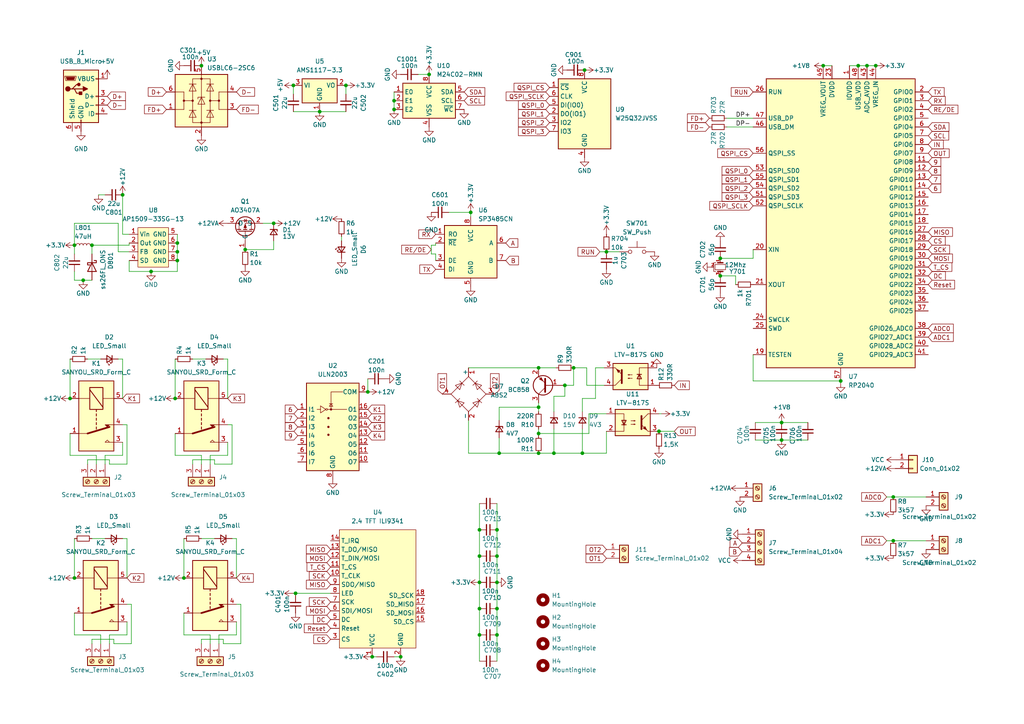
<source format=kicad_sch>
(kicad_sch (version 20230121) (generator eeschema)
  (paper "A4")
  (junction (at 238.76 19.05))
  (junction (at 160.655 131.445))
  (junction (at 191.135 125.095))
  (junction (at 175.895 73.025))
  (junction (at 139.065 161.29))
  (junction (at 144.145 184.15))
  (junction (at 107.95 190.5))
  (junction (at 208.915 80.01))
  (junction (at 51.435 73.025))
  (junction (at 259.08 156.845))
  (junction (at 116.205 190.5))
  (junction (at 254 19.05))
  (junction (at 169.545 20.32))
  (junction (at 259.08 144.145))
  (junction (at 71.12 72.39))
  (junction (at 51.435 75.565))
  (junction (at 156.21 125.73))
  (junction (at 114.3 31.75))
  (junction (at 156.21 106.68))
  (junction (at 243.84 110.49))
  (junction (at 136.525 61.595))
  (junction (at 50.8 115.57))
  (junction (at 251.46 19.05))
  (junction (at 156.21 118.11))
  (junction (at 139.065 184.15))
  (junction (at 51.435 70.485))
  (junction (at 53.34 167.64))
  (junction (at 124.46 21.59))
  (junction (at 208.915 74.93))
  (junction (at 144.145 168.91))
  (junction (at 106.68 113.665))
  (junction (at 92.71 32.385))
  (junction (at 144.145 161.29))
  (junction (at 24.13 81.28))
  (junction (at 21.59 167.64))
  (junction (at 35.56 56.515))
  (junction (at 85.09 24.765))
  (junction (at 43.815 78.74))
  (junction (at 79.375 64.77))
  (junction (at 100.33 24.765))
  (junction (at 58.42 19.05))
  (junction (at 144.145 153.67))
  (junction (at 144.145 176.53))
  (junction (at 226.695 127.635))
  (junction (at 139.065 176.53))
  (junction (at 26.67 71.12))
  (junction (at 163.83 111.76))
  (junction (at 20.32 115.57))
  (junction (at 248.92 19.05))
  (junction (at 156.21 131.445))
  (junction (at 226.695 122.555))
  (junction (at 144.78 131.445))
  (junction (at 166.37 106.68))
  (junction (at 114.3 29.21))
  (junction (at 139.065 153.67))
  (junction (at 168.91 131.445))
  (junction (at 139.065 168.91))
  (junction (at 85.725 172.085))
  (junction (at 21.59 71.12))
  (wire (pts (xy 136.525 61.595) (xy 136.525 62.865)))
  (wire (pts (xy 37.465 71.12) (xy 37.465 70.485)))
  (wire (pts (xy 166.37 111.76) (xy 166.37 106.68)))
  (wire (pts (xy 79.375 69.85) (xy 79.375 72.39)))
  (wire (pts (xy 175.895 125.095) (xy 175.895 131.445)))
  (wire (pts (xy 53.34 184.15) (xy 60.96 184.15)))
  (wire (pts (xy 213.36 80.01) (xy 208.915 80.01)))
  (wire (pts (xy 67.31 123.19) (xy 67.31 134.62)))
  (wire (pts (xy 21.59 71.12) (xy 21.59 73.66)))
  (wire (pts (xy 25.4 104.14) (xy 29.21 104.14)))
  (wire (pts (xy 163.83 114.935) (xy 163.83 111.76)))
  (wire (pts (xy 210.82 34.29) (xy 218.44 34.29)))
  (wire (pts (xy 21.59 184.15) (xy 29.21 184.15)))
  (wire (pts (xy 58.42 156.21) (xy 62.23 156.21)))
  (wire (pts (xy 85.09 24.765) (xy 85.09 27.305)))
  (wire (pts (xy 21.59 81.28) (xy 24.13 81.28)))
  (wire (pts (xy 107.95 190.5) (xy 109.22 190.5)))
  (wire (pts (xy 100.33 24.765) (xy 100.33 27.305)))
  (wire (pts (xy 26.67 185.42) (xy 26.67 186.69)))
  (wire (pts (xy 170.815 120.015) (xy 170.815 125.73)))
  (wire (pts (xy 175.26 111.76) (xy 170.18 111.76)))
  (wire (pts (xy 257.175 144.145) (xy 259.08 144.145)))
  (wire (pts (xy 92.71 32.385) (xy 100.33 32.385)))
  (wire (pts (xy 51.435 67.945) (xy 51.435 70.485)))
  (wire (pts (xy 35.56 115.57) (xy 35.56 104.14)))
  (wire (pts (xy 50.8 125.73) (xy 50.8 132.08)))
  (wire (pts (xy 21.59 64.77) (xy 21.59 71.12)))
  (wire (pts (xy 144.145 161.29) (xy 144.145 153.67)))
  (wire (pts (xy 210.82 36.83) (xy 218.44 36.83)))
  (wire (pts (xy 144.78 131.445) (xy 156.21 131.445)))
  (wire (pts (xy 68.58 156.21) (xy 67.31 156.21)))
  (wire (pts (xy 24.13 81.28) (xy 26.67 81.28)))
  (wire (pts (xy 170.815 125.73) (xy 156.21 125.73)))
  (wire (pts (xy 35.56 56.515) (xy 35.56 67.945)))
  (wire (pts (xy 226.695 122.555) (xy 219.075 122.555)))
  (wire (pts (xy 114.3 26.67) (xy 114.3 29.21)))
  (wire (pts (xy 135.89 121.92) (xy 135.89 131.445)))
  (wire (pts (xy 31.75 186.69) (xy 31.75 184.15)))
  (wire (pts (xy 27.94 134.62) (xy 27.94 132.08)))
  (wire (pts (xy 76.2 64.77) (xy 79.375 64.77)))
  (wire (pts (xy 33.02 186.69) (xy 33.02 185.42)))
  (wire (pts (xy 43.815 78.74) (xy 51.435 78.74)))
  (wire (pts (xy 68.58 175.26) (xy 69.85 175.26)))
  (wire (pts (xy 126.365 73.66) (xy 126.365 75.565)))
  (wire (pts (xy 160.655 119.38) (xy 160.655 114.935)))
  (wire (pts (xy 66.04 123.19) (xy 67.31 123.19)))
  (wire (pts (xy 28.575 56.515) (xy 30.48 56.515)))
  (wire (pts (xy 85.09 32.385) (xy 92.71 32.385)))
  (wire (pts (xy 168.91 115.57) (xy 168.91 119.38)))
  (wire (pts (xy 29.21 186.69) (xy 29.21 184.15)))
  (wire (pts (xy 99.06 68.58) (xy 99.06 69.85)))
  (wire (pts (xy 156.21 131.445) (xy 160.655 131.445)))
  (wire (pts (xy 139.065 161.29) (xy 139.065 168.91)))
  (wire (pts (xy 31.75 133.35) (xy 25.4 133.35)))
  (wire (pts (xy 156.21 125.73) (xy 156.21 126.365)))
  (wire (pts (xy 69.85 186.69) (xy 64.77 186.69)))
  (wire (pts (xy 144.78 127) (xy 144.78 131.445)))
  (wire (pts (xy 36.83 123.19) (xy 36.83 134.62)))
  (wire (pts (xy 66.04 115.57) (xy 66.04 104.14)))
  (wire (pts (xy 163.83 111.76) (xy 166.37 111.76)))
  (wire (pts (xy 144.145 184.15) (xy 144.145 176.53)))
  (wire (pts (xy 170.18 106.68) (xy 166.37 106.68)))
  (wire (pts (xy 156.21 106.68) (xy 161.29 106.68)))
  (wire (pts (xy 36.83 175.26) (xy 38.1 175.26)))
  (wire (pts (xy 170.18 111.76) (xy 170.18 106.68)))
  (wire (pts (xy 36.83 134.62) (xy 31.75 134.62)))
  (wire (pts (xy 135.89 106.68) (xy 156.21 106.68)))
  (wire (pts (xy 51.435 75.565) (xy 51.435 78.74)))
  (wire (pts (xy 126.365 71.12) (xy 126.365 70.485)))
  (wire (pts (xy 125.095 71.12) (xy 126.365 71.12)))
  (wire (pts (xy 55.88 104.14) (xy 59.69 104.14)))
  (wire (pts (xy 238.76 19.05) (xy 241.3 19.05)))
  (wire (pts (xy 25.4 133.35) (xy 25.4 134.62)))
  (wire (pts (xy 85.09 172.085) (xy 85.725 172.085)))
  (wire (pts (xy 20.32 132.08) (xy 27.94 132.08)))
  (wire (pts (xy 35.56 67.945) (xy 37.465 67.945)))
  (wire (pts (xy 34.29 73.025) (xy 34.29 64.77)))
  (wire (pts (xy 38.1 186.69) (xy 33.02 186.69)))
  (wire (pts (xy 139.065 184.15) (xy 139.065 191.77)))
  (wire (pts (xy 139.065 161.29) (xy 139.065 153.67)))
  (wire (pts (xy 139.065 176.53) (xy 139.065 168.91)))
  (wire (pts (xy 60.96 132.08) (xy 66.04 132.08)))
  (wire (pts (xy 34.29 64.77) (xy 21.59 64.77)))
  (wire (pts (xy 64.77 185.42) (xy 58.42 185.42)))
  (wire (pts (xy 135.89 131.445) (xy 144.78 131.445)))
  (wire (pts (xy 20.32 125.73) (xy 20.32 132.08)))
  (wire (pts (xy 68.58 180.34) (xy 68.58 184.15)))
  (wire (pts (xy 243.84 110.49) (xy 218.44 110.49)))
  (wire (pts (xy 191.77 120.015) (xy 191.135 120.015)))
  (wire (pts (xy 66.04 128.27) (xy 66.04 132.08)))
  (wire (pts (xy 257.175 156.845) (xy 259.08 156.845)))
  (wire (pts (xy 26.67 156.21) (xy 30.48 156.21)))
  (wire (pts (xy 55.88 133.35) (xy 55.88 134.62)))
  (wire (pts (xy 38.1 175.26) (xy 38.1 186.69)))
  (wire (pts (xy 144.145 176.53) (xy 144.145 168.91)))
  (wire (pts (xy 218.44 72.39) (xy 218.44 74.93)))
  (wire (pts (xy 26.67 71.12) (xy 37.465 71.12)))
  (wire (pts (xy 21.59 78.74) (xy 21.59 81.28)))
  (wire (pts (xy 248.92 19.05) (xy 251.46 19.05)))
  (wire (pts (xy 144.78 121.92) (xy 144.78 118.11)))
  (wire (pts (xy 226.695 122.555) (xy 234.315 122.555)))
  (wire (pts (xy 218.44 110.49) (xy 218.44 102.87)))
  (wire (pts (xy 33.02 185.42) (xy 26.67 185.42)))
  (wire (pts (xy 71.12 72.39) (xy 79.375 72.39)))
  (wire (pts (xy 37.465 75.565) (xy 37.465 78.74)))
  (wire (pts (xy 36.83 156.21) (xy 35.56 156.21)))
  (wire (pts (xy 168.91 124.46) (xy 168.91 131.445)))
  (wire (pts (xy 51.435 70.485) (xy 51.435 73.025)))
  (wire (pts (xy 36.83 167.64) (xy 36.83 156.21)))
  (wire (pts (xy 208.915 74.93) (xy 218.44 74.93)))
  (wire (pts (xy 114.3 190.5) (xy 116.205 190.5)))
  (wire (pts (xy 243.84 111.125) (xy 243.84 110.49)))
  (wire (pts (xy 172.72 106.68) (xy 172.72 115.57)))
  (wire (pts (xy 67.31 134.62) (xy 62.23 134.62)))
  (wire (pts (xy 213.36 82.55) (xy 213.36 80.01)))
  (wire (pts (xy 85.725 172.085) (xy 85.725 172.72)))
  (wire (pts (xy 31.75 184.15) (xy 36.83 184.15)))
  (wire (pts (xy 144.78 118.11) (xy 156.21 118.11)))
  (wire (pts (xy 156.21 124.46) (xy 156.21 125.73)))
  (wire (pts (xy 175.895 73.025) (xy 179.705 73.025)))
  (wire (pts (xy 62.23 134.62) (xy 62.23 133.35)))
  (wire (pts (xy 139.065 153.67) (xy 139.065 146.05)))
  (wire (pts (xy 259.08 156.845) (xy 268.605 156.845)))
  (wire (pts (xy 58.42 185.42) (xy 58.42 186.69)))
  (wire (pts (xy 60.96 134.62) (xy 60.96 132.08)))
  (wire (pts (xy 58.42 134.62) (xy 58.42 132.08)))
  (wire (pts (xy 31.75 134.62) (xy 31.75 133.35)))
  (wire (pts (xy 125.095 71.12) (xy 125.095 73.66)))
  (wire (pts (xy 144.145 168.91) (xy 144.145 161.29)))
  (wire (pts (xy 53.34 156.21) (xy 53.34 167.64)))
  (wire (pts (xy 121.285 21.59) (xy 124.46 21.59)))
  (wire (pts (xy 37.465 78.74) (xy 43.815 78.74)))
  (wire (pts (xy 160.655 124.46) (xy 160.655 131.445)))
  (wire (pts (xy 156.21 116.84) (xy 156.21 118.11)))
  (wire (pts (xy 35.56 104.14) (xy 34.29 104.14)))
  (wire (pts (xy 144.145 191.77) (xy 144.145 184.15)))
  (wire (pts (xy 114.3 29.21) (xy 114.3 31.75)))
  (wire (pts (xy 64.77 186.69) (xy 64.77 185.42)))
  (wire (pts (xy 85.725 172.085) (xy 95.885 172.085)))
  (wire (pts (xy 195.58 125.095) (xy 191.135 125.095)))
  (wire (pts (xy 34.29 73.025) (xy 37.465 73.025)))
  (wire (pts (xy 53.34 177.8) (xy 53.34 184.15)))
  (wire (pts (xy 172.72 115.57) (xy 168.91 115.57)))
  (wire (pts (xy 30.48 134.62) (xy 30.48 132.08)))
  (wire (pts (xy 21.59 156.21) (xy 21.59 167.64)))
  (wire (pts (xy 173.99 73.025) (xy 175.895 73.025)))
  (wire (pts (xy 175.26 106.68) (xy 172.72 106.68)))
  (wire (pts (xy 21.59 177.8) (xy 21.59 184.15)))
  (wire (pts (xy 125.095 73.66) (xy 126.365 73.66)))
  (wire (pts (xy 69.85 175.26) (xy 69.85 186.69)))
  (wire (pts (xy 160.655 114.935) (xy 163.83 114.935)))
  (wire (pts (xy 219.075 127.635) (xy 226.695 127.635)))
  (wire (pts (xy 60.96 186.69) (xy 60.96 184.15)))
  (wire (pts (xy 30.48 132.08) (xy 35.56 132.08)))
  (wire (pts (xy 139.065 184.15) (xy 139.065 176.53)))
  (wire (pts (xy 35.56 123.19) (xy 36.83 123.19)))
  (wire (pts (xy 130.175 61.595) (xy 136.525 61.595)))
  (wire (pts (xy 51.435 73.025) (xy 51.435 75.565)))
  (wire (pts (xy 246.38 19.05) (xy 248.92 19.05)))
  (wire (pts (xy 36.83 180.34) (xy 36.83 184.15)))
  (wire (pts (xy 63.5 184.15) (xy 68.58 184.15)))
  (wire (pts (xy 175.895 131.445) (xy 168.91 131.445)))
  (wire (pts (xy 144.145 153.67) (xy 144.145 146.05)))
  (wire (pts (xy 259.08 144.145) (xy 268.605 144.145)))
  (wire (pts (xy 251.46 19.05) (xy 254 19.05)))
  (wire (pts (xy 35.56 128.27) (xy 35.56 132.08)))
  (wire (pts (xy 175.895 120.015) (xy 170.815 120.015)))
  (wire (pts (xy 26.67 71.12) (xy 26.67 73.66)))
  (wire (pts (xy 50.8 132.08) (xy 58.42 132.08)))
  (wire (pts (xy 168.91 131.445) (xy 160.655 131.445)))
  (wire (pts (xy 20.32 104.14) (xy 20.32 115.57)))
  (wire (pts (xy 62.23 133.35) (xy 55.88 133.35)))
  (wire (pts (xy 226.695 127.635) (xy 234.315 127.635)))
  (wire (pts (xy 68.58 167.64) (xy 68.58 156.21)))
  (wire (pts (xy 156.21 118.11) (xy 156.21 119.38)))
  (wire (pts (xy 106.68 109.855) (xy 106.68 113.665)))
  (wire (pts (xy 66.04 104.14) (xy 64.77 104.14)))
  (wire (pts (xy 50.8 104.14) (xy 50.8 115.57)))
  (wire (pts (xy 63.5 186.69) (xy 63.5 184.15)))
  (label "DP+" (at 213.36 34.29 0))
  (label "DP-" (at 213.36 36.83 0))
  (global_label "FD+" (shape input) (at 205.74 34.29 180) (property "Intersheetrefs" "${INTERSHEET_REFS}" (effects hide)))
  (global_label "RX" (shape input) (at 126.365 67.945 180) (property "Intersheetrefs" "${INTERSHEET_REFS}" (effects hide)))
  (global_label "MOSI" (shape input) (at 269.24 74.93 0) (property "Intersheetrefs" "${INTERSHEET_REFS}" (effects hide)))
  (global_label "SCK" (shape input) (at 269.24 72.39 0) (property "Intersheetrefs" "${INTERSHEET_REFS}" (effects hide)))
  (global_label "OT2" (shape input) (at 175.895 159.385 180) (property "Intersheetrefs" "${INTERSHEET_REFS}" (effects hide)))
  (global_label "CS" (shape input) (at 269.24 69.85 0) (property "Intersheetrefs" "${INTERSHEET_REFS}" (effects hide)))
  (global_label "OUT" (shape input) (at 269.24 44.45 0) (property "Intersheetrefs" "${INTERSHEET_REFS}" (effects hide)))
  (global_label "SDA" (shape input) (at 134.62 26.67 0) (property "Intersheetrefs" "${INTERSHEET_REFS}" (effects hide)))
  (global_label "B" (shape input) (at 146.685 75.565 0) (property "Intersheetrefs" "${INTERSHEET_REFS}" (effects hide)))
  (global_label "K3" (shape input) (at 106.68 123.825 0) (property "Intersheetrefs" "${INTERSHEET_REFS}" (effects hide)))
  (global_label "QSPI_CS" (shape input) (at 218.44 44.45 180) (property "Intersheetrefs" "${INTERSHEET_REFS}" (effects hide)))
  (global_label "7" (shape input) (at 86.36 121.285 180) (property "Intersheetrefs" "${INTERSHEET_REFS}" (effects hide)))
  (global_label "SCK" (shape input) (at 95.885 167.005 180) (property "Intersheetrefs" "${INTERSHEET_REFS}" (effects hide)))
  (global_label "D-" (shape input) (at 31.115 30.48 0) (property "Intersheetrefs" "${INTERSHEET_REFS}" (effects hide)))
  (global_label "ADC1" (shape input) (at 257.175 156.845 180) (property "Intersheetrefs" "${INTERSHEET_REFS}" (effects hide)))
  (global_label "QSPI_SCLK" (shape input) (at 218.44 59.69 180) (property "Intersheetrefs" "${INTERSHEET_REFS}" (effects hide)))
  (global_label "B" (shape input) (at 215.265 160.02 180) (property "Intersheetrefs" "${INTERSHEET_REFS}" (effects hide)))
  (global_label "TX" (shape input) (at 126.365 78.105 180) (property "Intersheetrefs" "${INTERSHEET_REFS}" (effects hide)))
  (global_label "SCK" (shape input) (at 95.885 174.625 180) (property "Intersheetrefs" "${INTERSHEET_REFS}" (effects hide)))
  (global_label "RE{slash}DE" (shape input) (at 269.24 31.75 0) (property "Intersheetrefs" "${INTERSHEET_REFS}" (effects hide)))
  (global_label "MISO" (shape input) (at 95.885 169.545 180) (property "Intersheetrefs" "${INTERSHEET_REFS}" (effects hide)))
  (global_label "TX" (shape input) (at 269.24 26.67 0) (property "Intersheetrefs" "${INTERSHEET_REFS}" (effects hide)))
  (global_label "QSPI_3" (shape input) (at 218.44 57.15 180) (property "Intersheetrefs" "${INTERSHEET_REFS}" (effects hide)))
  (global_label "MISO" (shape input) (at 269.24 67.31 0) (property "Intersheetrefs" "${INTERSHEET_REFS}" (effects hide)))
  (global_label "QSPI_3" (shape input) (at 159.385 38.1 180) (property "Intersheetrefs" "${INTERSHEET_REFS}" (effects hide)))
  (global_label "CS" (shape input) (at 95.885 185.42 180) (property "Intersheetrefs" "${INTERSHEET_REFS}" (effects hide)))
  (global_label "A" (shape input) (at 146.685 70.485 0) (property "Intersheetrefs" "${INTERSHEET_REFS}" (effects hide)))
  (global_label "6" (shape input) (at 86.36 118.745 180) (property "Intersheetrefs" "${INTERSHEET_REFS}" (effects hide)))
  (global_label "Reset" (shape input) (at 95.885 182.245 180) (property "Intersheetrefs" "${INTERSHEET_REFS}" (effects hide)))
  (global_label "QSPI_0" (shape input) (at 218.44 49.53 180) (property "Intersheetrefs" "${INTERSHEET_REFS}" (effects hide)))
  (global_label "RE{slash}DE" (shape input) (at 125.095 72.39 180) (property "Intersheetrefs" "${INTERSHEET_REFS}" (effects hide)))
  (global_label "QSPI_CS" (shape input) (at 159.385 25.4 180) (property "Intersheetrefs" "${INTERSHEET_REFS}" (effects hide)))
  (global_label "QSPI_1" (shape input) (at 159.385 33.02 180) (property "Intersheetrefs" "${INTERSHEET_REFS}" (effects hide)))
  (global_label "DC" (shape input) (at 95.885 179.705 180) (property "Intersheetrefs" "${INTERSHEET_REFS}" (effects hide)))
  (global_label "RUN" (shape input) (at 173.99 73.025 180) (property "Intersheetrefs" "${INTERSHEET_REFS}" (effects hide)))
  (global_label "RUN" (shape input) (at 218.44 26.67 180) (property "Intersheetrefs" "${INTERSHEET_REFS}" (effects hide)))
  (global_label "K1" (shape input) (at 35.56 115.57 0) (property "Intersheetrefs" "${INTERSHEET_REFS}" (effects hide)))
  (global_label "IN" (shape input) (at 269.24 41.91 0) (property "Intersheetrefs" "${INTERSHEET_REFS}" (effects hide)))
  (global_label "8" (shape input) (at 86.36 123.825 180) (property "Intersheetrefs" "${INTERSHEET_REFS}" (effects hide)))
  (global_label "FD-" (shape input) (at 205.74 36.83 180) (property "Intersheetrefs" "${INTERSHEET_REFS}" (effects hide)))
  (global_label "D+" (shape input) (at 31.115 27.94 0) (property "Intersheetrefs" "${INTERSHEET_REFS}" (effects hide)))
  (global_label "ADC1" (shape input) (at 269.24 97.79 0) (property "Intersheetrefs" "${INTERSHEET_REFS}" (effects hide)))
  (global_label "6" (shape input) (at 269.24 54.61 0) (property "Intersheetrefs" "${INTERSHEET_REFS}" (effects hide)))
  (global_label "D-" (shape input) (at 68.58 26.67 0) (property "Intersheetrefs" "${INTERSHEET_REFS}" (effects hide)))
  (global_label "9" (shape input) (at 86.36 126.365 180) (property "Intersheetrefs" "${INTERSHEET_REFS}" (effects hide)))
  (global_label "QSPI_1" (shape input) (at 218.44 52.07 180) (property "Intersheetrefs" "${INTERSHEET_REFS}" (effects hide)))
  (global_label "8" (shape input) (at 269.24 49.53 0) (property "Intersheetrefs" "${INTERSHEET_REFS}" (effects hide)))
  (global_label "SDA" (shape input) (at 269.24 36.83 0) (property "Intersheetrefs" "${INTERSHEET_REFS}" (effects hide)))
  (global_label "A" (shape input) (at 215.265 157.48 180) (property "Intersheetrefs" "${INTERSHEET_REFS}" (effects hide)))
  (global_label "SCL" (shape input) (at 269.24 39.37 0) (property "Intersheetrefs" "${INTERSHEET_REFS}" (effects hide)))
  (global_label "QSPI_SCLK" (shape input) (at 159.385 27.94 180) (property "Intersheetrefs" "${INTERSHEET_REFS}" (effects hide)))
  (global_label "QSPI_2" (shape input) (at 218.44 54.61 180) (property "Intersheetrefs" "${INTERSHEET_REFS}" (effects hide)))
  (global_label "MOSI" (shape input) (at 95.885 177.165 180) (property "Intersheetrefs" "${INTERSHEET_REFS}" (effects hide)))
  (global_label "K4" (shape input) (at 106.68 126.365 0) (property "Intersheetrefs" "${INTERSHEET_REFS}" (effects hide)))
  (global_label "T_CS" (shape input) (at 95.885 164.465 180) (property "Intersheetrefs" "${INTERSHEET_REFS}" (effects hide)))
  (global_label "QSPI_0" (shape input) (at 159.385 30.48 180) (property "Intersheetrefs" "${INTERSHEET_REFS}" (effects hide)))
  (global_label "SCL" (shape input) (at 134.62 29.21 0) (property "Intersheetrefs" "${INTERSHEET_REFS}" (effects hide)))
  (global_label "OUT" (shape input) (at 195.58 125.095 0) (property "Intersheetrefs" "${INTERSHEET_REFS}" (effects hide)))
  (global_label "ADC0" (shape input) (at 257.175 144.145 180) (property "Intersheetrefs" "${INTERSHEET_REFS}" (effects hide)))
  (global_label "Reset" (shape input) (at 269.24 82.55 0) (property "Intersheetrefs" "${INTERSHEET_REFS}" (effects hide)))
  (global_label "7" (shape input) (at 269.24 52.07 0) (property "Intersheetrefs" "${INTERSHEET_REFS}" (effects hide)))
  (global_label "T_CS" (shape input) (at 269.24 77.47 0) (property "Intersheetrefs" "${INTERSHEET_REFS}" (effects hide)))
  (global_label "K4" (shape input) (at 68.58 167.64 0) (property "Intersheetrefs" "${INTERSHEET_REFS}" (effects hide)))
  (global_label "K2" (shape input) (at 106.68 121.285 0) (property "Intersheetrefs" "${INTERSHEET_REFS}" (effects hide)))
  (global_label "OT2" (shape input) (at 143.51 114.3 90) (property "Intersheetrefs" "${INTERSHEET_REFS}" (effects hide)))
  (global_label "RX" (shape input) (at 269.24 29.21 0) (property "Intersheetrefs" "${INTERSHEET_REFS}" (effects hide)))
  (global_label "K1" (shape input) (at 106.68 118.745 0) (property "Intersheetrefs" "${INTERSHEET_REFS}" (effects hide)))
  (global_label "FD-" (shape input) (at 68.58 31.75 0) (property "Intersheetrefs" "${INTERSHEET_REFS}" (effects hide)))
  (global_label "QSPI_2" (shape input) (at 159.385 35.56 180) (property "Intersheetrefs" "${INTERSHEET_REFS}" (effects hide)))
  (global_label "K2" (shape input) (at 36.83 167.64 0) (property "Intersheetrefs" "${INTERSHEET_REFS}" (effects hide)))
  (global_label "D+" (shape input) (at 48.26 26.67 180) (property "Intersheetrefs" "${INTERSHEET_REFS}" (effects hide)))
  (global_label "MOSI" (shape input) (at 95.885 161.925 180) (property "Intersheetrefs" "${INTERSHEET_REFS}" (effects hide)))
  (global_label "9" (shape input) (at 269.24 46.99 0) (property "Intersheetrefs" "${INTERSHEET_REFS}" (effects hide)))
  (global_label "OT1" (shape input) (at 128.27 114.3 90) (property "Intersheetrefs" "${INTERSHEET_REFS}" (effects hide)))
  (global_label "FD+" (shape input) (at 48.26 31.75 180) (property "Intersheetrefs" "${INTERSHEET_REFS}" (effects hide)))
  (global_label "MISO" (shape input) (at 95.885 159.385 180) (property "Intersheetrefs" "${INTERSHEET_REFS}" (effects hide)))
  (global_label "K3" (shape input) (at 66.04 115.57 0) (property "Intersheetrefs" "${INTERSHEET_REFS}" (effects hide)))
  (global_label "IN" (shape input) (at 195.58 111.76 0) (property "Intersheetrefs" "${INTERSHEET_REFS}" (effects hide)))
  (global_label "ADC0" (shape input) (at 269.24 95.25 0) (property "Intersheetrefs" "${INTERSHEET_REFS}" (effects hide)))
  (global_label "DC" (shape input) (at 269.24 80.01 0) (property "Intersheetrefs" "${INTERSHEET_REFS}" (effects hide)))
  (global_label "OT1" (shape input) (at 175.895 161.925 180) (property "Intersheetrefs" "${INTERSHEET_REFS}" (effects hide)))
  (symbol (lib_id "Device:C_Small") (at 85.725 175.26 180) (unit 1)
    (property "Reference" "C401" (at 80.645 175.26 90))
    (property "Value" "100n" (at 83.185 175.26 90))
    (property "Footprint" "Capacitor_SMD:C_0805_2012Metric_Pad1.18x1.45mm_HandSolder" (effects hide))
  )
  (symbol (lib_id "power:GND") (at 215.265 154.94 270) (unit 1)
    (property "Reference" "#PWR039" (effects hide))
    (property "Value" "GND" (at 211.455 154.94 0))
  )
  (symbol (lib_id "power:GND") (at 208.915 85.09 0) (unit 1)
    (property "Reference" "#PWR047" (effects hide))
    (property "Value" "GND" (at 208.915 88.9 0))
  )
  (symbol (lib_id "power:GND") (at 71.12 77.47 0) (unit 1)
    (property "Reference" "#PWR010" (effects hide))
    (property "Value" "GND" (at 71.12 81.28 0))
  )
  (symbol (lib_id "Device:C_Small") (at 21.59 76.2 180) (unit 1)
    (property "Reference" "C802" (at 16.51 76.2 90))
    (property "Value" "22u" (at 19.05 76.2 90))
    (property "Footprint" "Capacitor_SMD:C_0805_2012Metric_Pad1.18x1.45mm_HandSolder" (effects hide))
  )
  (symbol (lib_id "Device:R_Small") (at 208.28 34.29 90) (unit 1)
    (property "Reference" "R703" (at 207.01 33.02 0) (effects (justify left)))
    (property "Value" "27R" (at 209.55 33.02 0) (effects (justify left)))
    (property "Footprint" "Resistor_SMD:R_0805_2012Metric_Pad1.20x1.40mm_HandSolder" (effects hide))
  )
  (symbol (lib_id "power:+12V") (at 99.06 63.5 90) (unit 1)
    (property "Reference" "#PWR022" (effects hide))
    (property "Value" "+12V" (at 96.52 63.5 90) (effects (justify left)))
  )
  (symbol (lib_id "power:GND") (at 116.205 21.59 270) (unit 1)
    (property "Reference" "#PWR030" (effects hide))
    (property "Value" "GND" (at 112.395 21.59 0))
  )
  (symbol (lib_id "power:GND") (at 58.42 39.37 0) (unit 1)
    (property "Reference" "#PWR013" (effects hide))
    (property "Value" "GND" (at 58.42 43.18 0))
  )
  (symbol (lib_id "power:VCC") (at 259.715 133.35 90) (unit 1)
    (property "Reference" "#PWR045" (effects hide))
    (property "Value" "VCC" (at 256.54 133.35 90) (effects (justify left)))
  )
  (symbol (lib_id "power:+3.3V") (at 175.895 67.945 0) (unit 1)
    (property "Reference" "#PWR051" (effects hide))
    (property "Value" "+3.3V" (at 175.895 65.405 90) (effects (justify left)))
  )
  (symbol (lib_id "power:+3.3V") (at 191.77 120.015 270) (unit 1)
    (property "Reference" "#PWR066" (effects hide))
    (property "Value" "+3.3V" (at 194.31 120.015 90) (effects (justify left)))
  )
  (symbol (lib_id "Device:C_Small") (at 208.915 82.55 180) (unit 1)
    (property "Reference" "C701" (at 203.835 82.55 90))
    (property "Value" "56p" (at 206.375 82.55 90))
    (property "Footprint" "Capacitor_SMD:C_0603_1608Metric_Pad1.08x0.95mm_HandSolder" (effects hide))
  )
  (symbol (lib_id "Relay:SANYOU_SRD_Form_C") (at 58.42 120.65 270) (unit 1)
    (property "Reference" "K3" (at 58.42 105.41 90))
    (property "Value" "SANYOU_SRD_Form_C" (at 58.42 107.95 90))
    (property "Footprint" "Relay_THT:Relay_SPDT_SANYOU_SRD_Series_Form_C" (effects hide))
    (property "Datasheet" "http://www.sanyourelay.ca/public/products/pdf/SRD.pdf" (effects hide))
  )
  (symbol (lib_id "Device:LED_Small") (at 64.77 156.21 180) (unit 1)
    (property "Reference" "D5" (at 64.7065 149.86 0))
    (property "Value" "LED_Small" (at 64.7065 152.4 0))
    (property "Footprint" "LED_SMD:LED_0805_2012Metric_Pad1.15x1.40mm_HandSolder" (effects hide))
  )
  (symbol (lib_id "Connector:Screw_Terminal_01x03") (at 60.96 191.77 270) (unit 1)
    (property "Reference" "J5" (at 66.04 190.5 90) (effects (justify left)))
    (property "Value" "Screw_Terminal_01x03" (at 52.07 195.58 90) (effects (justify left)))
    (property "Footprint" "TerminalBlock_Phoenix:TerminalBlock_Phoenix_MKDS-1,5-3_1x03_P5.00mm_Horizontal" (effects hide))
  )
  (symbol (lib_id "Device:R_Small") (at 156.21 128.905 180) (unit 1)
    (property "Reference" "R11" (at 154.94 130.175 0) (effects (justify left)))
    (property "Value" "100R" (at 154.94 127.635 0) (effects (justify left)))
    (property "Footprint" "Resistor_SMD:R_0805_2012Metric_Pad1.20x1.40mm_HandSolder" (effects hide))
  )
  (symbol (lib_id "Diode_Bridge:ABS2") (at 135.89 114.3 90) (unit 1)
    (property "Reference" "D7" (at 144.78 112.0841 90))
    (property "Value" "ABS2" (at 144.78 114.6241 90))
    (property "Footprint" "Diode_SMD:Diode_Bridge_Diotec_ABS" (effects hide))
    (property "Datasheet" "https://diotec.com/tl_files/diotec/files/pdf/datasheets/abs2.pdf" (effects hide))
  )
  (symbol (lib_id "power:+3.3V") (at 169.545 20.32 270) (unit 1)
    (property "Reference" "#PWR053" (effects hide))
    (property "Value" "+3.3V" (at 172.085 20.32 90) (effects (justify left)))
  )
  (symbol (lib_id "power:GND") (at 134.62 31.75 0) (unit 1)
    (property "Reference" "#PWR033" (effects hide))
    (property "Value" "GND" (at 134.62 35.56 0))
  )
  (symbol (lib_id "Device:C_Small") (at 109.22 109.855 90) (unit 1)
    (property "Reference" "C201" (at 109.22 104.775 90))
    (property "Value" "100n" (at 109.22 107.315 90))
    (property "Footprint" "Capacitor_SMD:C_0805_2012Metric_Pad1.18x1.45mm_HandSolder" (effects hide))
  )
  (symbol (lib_id "power:+3.3V") (at 254 19.05 270) (unit 1)
    (property "Reference" "#PWR056" (effects hide))
    (property "Value" "+3.3V" (at 256.54 19.05 90) (effects (justify left)))
  )
  (symbol (lib_id "Device:D_Zener_Small") (at 144.78 124.46 270) (unit 1)
    (property "Reference" "D8" (at 146.685 123.19 90) (effects (justify left)))
    (property "Value" "4V7" (at 146.685 125.73 90) (effects (justify left)))
    (property "Footprint" "Diode_SMD:D_0805_2012Metric_Pad1.15x1.40mm_HandSolder" (effects hide))
  )
  (symbol (lib_id "power:+12V") (at 106.68 113.665 270) (unit 1)
    (property "Reference" "#PWR07" (effects hide))
    (property "Value" "+12V" (at 109.22 113.665 90) (effects (justify left)))
  )
  (symbol (lib_id "Mechanical:MountingHole") (at 157.48 180.34 0) (unit 1)
    (property "Reference" "H2" (at 160.02 179.07 0) (effects (justify left)))
    (property "Value" "MountingHole" (at 160.02 181.61 0) (effects (justify left)))
    (property "Footprint" "MountingHole:MountingHole_3.2mm_M3_Pad" (effects hide))
  )
  (symbol (lib_id "Device:R_Small") (at 156.21 121.92 180) (unit 1)
    (property "Reference" "R10" (at 154.94 123.19 0) (effects (justify left)))
    (property "Value" "220R" (at 154.94 120.65 0) (effects (justify left)))
    (property "Footprint" "Resistor_SMD:R_0805_2012Metric_Pad1.20x1.40mm_HandSolder" (effects hide))
  )
  (symbol (lib_id "Device:C_Small") (at 141.605 161.29 270) (unit 1)
    (property "Reference" "C711" (at 142.875 165.735 90))
    (property "Value" "100n" (at 142.24 163.83 90))
    (property "Footprint" "Capacitor_SMD:C_0603_1608Metric_Pad1.08x0.95mm_HandSolder" (effects hide))
  )
  (symbol (lib_id "power:GND") (at 43.815 78.74 0) (unit 1)
    (property "Reference" "#PWR038" (effects hide))
    (property "Value" "GND" (at 43.815 82.55 0))
  )
  (symbol (lib_id "Device:LED_Small") (at 31.75 104.14 180) (unit 1)
    (property "Reference" "D2" (at 31.6865 97.79 0))
    (property "Value" "LED_Small" (at 31.6865 100.33 0))
    (property "Footprint" "LED_SMD:LED_0805_2012Metric_Pad1.15x1.40mm_HandSolder" (effects hide))
  )
  (symbol (lib_id "power:GND") (at 208.915 69.85 180) (unit 1)
    (property "Reference" "#PWR048" (effects hide))
    (property "Value" "GND" (at 208.915 66.04 0))
  )
  (symbol (lib_id "Connector:Screw_Terminal_01x02") (at 219.71 141.605 0) (unit 1)
    (property "Reference" "J6" (at 222.885 141.605 0) (effects (justify left)))
    (property "Value" "Screw_Terminal_01x02" (at 222.885 144.145 0) (effects (justify left)))
    (property "Footprint" "Connector_Phoenix_MC:PhoenixContact_MC_1,5_2-G-3.5_1x02_P3.50mm_Horizontal" (effects hide))
  )
  (symbol (lib_id "Mechanical:MountingHole") (at 157.48 186.69 0) (unit 1)
    (property "Reference" "H3" (at 160.02 185.42 0) (effects (justify left)))
    (property "Value" "MountingHole" (at 160.02 187.96 0) (effects (justify left)))
    (property "Footprint" "MountingHole:MountingHole_3.2mm_M3_Pad" (effects hide))
  )
  (symbol (lib_id "Power_Protection:USBLC6-2SC6") (at 58.42 29.21 0) (unit 1)
    (property "Reference" "U3" (at 60.0711 17.145 0) (effects (justify left)))
    (property "Value" "USBLC6-2SC6" (at 60.0711 19.685 0) (effects (justify left)))
    (property "Footprint" "Package_TO_SOT_SMD:SOT-23-6" (effects hide))
    (property "Datasheet" "https://www.st.com/resource/en/datasheet/usblc6-2.pdf" (effects hide))
  )
  (symbol (lib_id "Device:R_Small") (at 259.08 146.685 0) (unit 1)
    (property "Reference" "R8" (at 260.35 145.415 0) (effects (justify left)))
    (property "Value" "3k57" (at 260.35 147.955 0) (effects (justify left)))
    (property "Footprint" "Resistor_SMD:R_0805_2012Metric_Pad1.20x1.40mm_HandSolder" (effects hide))
  )
  (symbol (lib_id "Device:C_Small") (at 111.76 190.5 270) (unit 1)
    (property "Reference" "C402" (at 111.76 195.58 90))
    (property "Value" "100n" (at 111.76 193.04 90))
    (property "Footprint" "Capacitor_SMD:C_0805_2012Metric_Pad1.18x1.45mm_HandSolder" (effects hide))
  )
  (symbol (lib_id "power:+12VA") (at 66.04 64.77 90) (unit 1)
    (property "Reference" "#PWR09" (effects hide))
    (property "Value" "+12VA" (at 63.5 64.77 90) (effects (justify left)))
  )
  (symbol (lib_id "power:VCC") (at 215.265 162.56 90) (unit 1)
    (property "Reference" "#PWR040" (effects hide))
    (property "Value" "VCC" (at 212.09 162.56 90) (effects (justify left)))
  )
  (symbol (lib_id "Device:LED_Small") (at 33.02 156.21 180) (unit 1)
    (property "Reference" "D3" (at 32.9565 149.86 0))
    (property "Value" "LED_Small" (at 32.9565 152.4 0))
    (property "Footprint" "LED_SMD:LED_0805_2012Metric_Pad1.15x1.40mm_HandSolder" (effects hide))
  )
  (symbol (lib_id "power:+12V") (at 50.8 115.57 90) (unit 1)
    (property "Reference" "#PWR016" (effects hide))
    (property "Value" "+12V" (at 48.26 115.57 90) (effects (justify left)))
  )
  (symbol (lib_id "Device:C_Small") (at 127.635 61.595 90) (unit 1)
    (property "Reference" "C601" (at 127.635 56.515 90))
    (property "Value" "100n" (at 127.635 59.055 90))
    (property "Footprint" "Capacitor_SMD:C_0805_2012Metric_Pad1.18x1.45mm_HandSolder" (effects hide))
  )
  (symbol (lib_id "Device:R_Small") (at 22.86 104.14 90) (unit 1)
    (property "Reference" "R2" (at 21.59 102.87 0) (effects (justify left)))
    (property "Value" "1k" (at 24.13 102.87 0) (effects (justify left)))
    (property "Footprint" "Resistor_SMD:R_0805_2012Metric_Pad1.20x1.40mm_HandSolder" (effects hide))
  )
  (symbol (lib_id "Connector:Screw_Terminal_01x03") (at 27.94 139.7 270) (unit 1)
    (property "Reference" "J2" (at 33.02 138.43 90) (effects (justify left)))
    (property "Value" "Screw_Terminal_01x03" (at 17.78 143.51 90) (effects (justify left)))
    (property "Footprint" "TerminalBlock_Phoenix:TerminalBlock_Phoenix_MKDS-1,5-3_1x03_P5.00mm_Horizontal" (effects hide))
  )
  (symbol (lib_id "Device:R_Small") (at 215.9 82.55 270) (unit 1)
    (property "Reference" "R701" (at 217.17 83.82 0) (effects (justify left)))
    (property "Value" "1k" (at 214.63 83.82 0) (effects (justify left)))
    (property "Footprint" "Resistor_SMD:R_0805_2012Metric_Pad1.20x1.40mm_HandSolder" (effects hide))
  )
  (symbol (lib_id "Device:C_Small") (at 141.605 184.15 270) (unit 1)
    (property "Reference" "C708" (at 142.875 188.595 90))
    (property "Value" "100n" (at 142.24 186.69 90))
    (property "Footprint" "Capacitor_SMD:C_0603_1608Metric_Pad1.08x0.95mm_HandSolder" (effects hide))
  )
  (symbol (lib_id "Device:R_Small") (at 208.28 36.83 270) (unit 1)
    (property "Reference" "R702" (at 209.55 38.1 0) (effects (justify left)))
    (property "Value" "27R" (at 207.01 38.1 0) (effects (justify left)))
    (property "Footprint" "Resistor_SMD:R_0805_2012Metric_Pad1.20x1.40mm_HandSolder" (effects hide))
  )
  (symbol (lib_id "power:GND") (at 175.895 78.105 0) (unit 1)
    (property "Reference" "#PWR054" (effects hide))
    (property "Value" "GND" (at 175.895 81.915 0))
  )
  (symbol (lib_id "Device:C_Small") (at 141.605 168.91 270) (unit 1)
    (property "Reference" "C710" (at 142.875 173.355 90))
    (property "Value" "100n" (at 142.24 171.45 90))
    (property "Footprint" "Capacitor_SMD:C_0603_1608Metric_Pad1.08x0.95mm_HandSolder" (effects hide))
  )
  (symbol (lib_id "AmojeSymbole:AO3407A") (at 66.675 60.96 90) (unit 1)
    (property "Reference" "Q1" (at 71.12 58.42 90))
    (property "Value" "AO3407A" (at 71.12 60.96 90))
    (property "Footprint" "Package_TO_SOT_SMD:SOT-23-3" (effects hide))
  )
  (symbol (lib_id "power:+12V") (at 20.32 115.57 90) (unit 1)
    (property "Reference" "#PWR014" (effects hide))
    (property "Value" "+12V" (at 17.78 115.57 90) (effects (justify left)))
  )
  (symbol (lib_id "power:+3.3V") (at 136.525 61.595 0) (unit 1)
    (property "Reference" "#PWR04" (effects hide))
    (property "Value" "+3.3V" (at 136.525 59.055 90) (effects (justify left)))
  )
  (symbol (lib_id "power:GND") (at 114.3 31.75 0) (unit 1)
    (property "Reference" "#PWR029" (effects hide))
    (property "Value" "GND" (at 114.3 35.56 0))
  )
  (symbol (lib_id "Device:R_Small") (at 175.895 70.485 0) (unit 1)
    (property "Reference" "R704" (at 177.165 69.215 0) (effects (justify left)))
    (property "Value" "10k" (at 177.165 71.755 0) (effects (justify left)))
    (property "Footprint" "Resistor_SMD:R_0805_2012Metric_Pad1.20x1.40mm_HandSolder" (effects hide))
  )
  (symbol (lib_id "Device:L_Small") (at 24.13 71.12 90) (unit 1)
    (property "Reference" "L801" (at 24.13 66.04 90))
    (property "Value" "47uH" (at 24.13 68.58 90))
    (property "Footprint" "Inductor_SMD:L_12x12mm_H6mm" (effects hide))
  )
  (symbol (lib_id "Device:C_Small") (at 234.315 125.095 180) (unit 1)
    (property "Reference" "C706" (at 229.87 126.365 90))
    (property "Value" "100n" (at 231.775 125.73 90))
    (property "Footprint" "Capacitor_SMD:C_0603_1608Metric_Pad1.08x0.95mm_HandSolder" (effects hide))
  )
  (symbol (lib_id "power:GND") (at 23.495 38.1 0) (unit 1)
    (property "Reference" "#PWR01" (effects hide))
    (property "Value" "GND" (at 23.495 43.18 0))
  )
  (symbol (lib_id "power:+1V8") (at 226.695 122.555 0) (unit 1)
    (property "Reference" "#PWR060" (effects hide))
    (property "Value" "+1V8" (at 226.695 118.11 0))
  )
  (symbol (lib_id "Device:R_Small") (at 55.88 156.21 90) (unit 1)
    (property "Reference" "R5" (at 54.61 154.94 0) (effects (justify left)))
    (property "Value" "1k" (at 57.15 154.94 0) (effects (justify left)))
    (property "Footprint" "Resistor_SMD:R_0805_2012Metric_Pad1.20x1.40mm_HandSolder" (effects hide))
  )
  (symbol (lib_id "Device:R_Small") (at 163.83 106.68 90) (unit 1)
    (property "Reference" "R9" (at 162.56 105.41 0) (effects (justify left)))
    (property "Value" "330R" (at 165.1 105.41 0) (effects (justify left)))
    (property "Footprint" "Resistor_SMD:R_0805_2012Metric_Pad1.20x1.40mm_HandSolder" (effects hide))
  )
  (symbol (lib_id "power:+12VA") (at 214.63 141.605 90) (unit 1)
    (property "Reference" "#PWR027" (effects hide))
    (property "Value" "+12VA" (at 212.09 141.605 90) (effects (justify left)))
  )
  (symbol (lib_id "power:GND") (at 92.71 32.385 0) (unit 1)
    (property "Reference" "#PWR025" (effects hide))
    (property "Value" "GND" (at 92.71 36.195 0))
  )
  (symbol (lib_id "power:+3.3V") (at 124.46 21.59 0) (unit 1)
    (property "Reference" "#PWR031" (effects hide))
    (property "Value" "+3.3V" (at 124.46 19.05 90) (effects (justify left)))
  )
  (symbol (lib_id "power:+3.3V") (at 259.08 149.225 90) (unit 1)
    (property "Reference" "#PWR041" (effects hide))
    (property "Value" "+3.3V" (at 256.54 149.225 90) (effects (justify left)))
  )
  (symbol (lib_id "Device:R_Small") (at 71.12 74.93 0) (unit 1)
    (property "Reference" "R1" (at 72.39 73.66 0) (effects (justify left)))
    (property "Value" "10k" (at 72.39 76.2 0) (effects (justify left)))
    (property "Footprint" "Resistor_SMD:R_0805_2012Metric_Pad1.20x1.40mm_HandSolder" (effects hide))
  )
  (symbol (lib_id "Device:C_Small") (at 55.88 19.05 90) (unit 1)
    (property "Reference" "C301" (at 54.61 14.605 90))
    (property "Value" "100n" (at 55.245 16.51 90))
    (property "Footprint" "Capacitor_SMD:C_0805_2012Metric_Pad1.18x1.45mm_HandSolder" (effects hide))
  )
  (symbol (lib_id "Device:C_Small") (at 175.895 75.565 0) (unit 1)
    (property "Reference" "C703" (at 180.975 75.565 90))
    (property "Value" "1u" (at 178.435 75.565 90))
    (property "Footprint" "Capacitor_SMD:C_0805_2012Metric_Pad1.18x1.45mm_HandSolder" (effects hide))
  )
  (symbol (lib_id "power:GND") (at 125.095 61.595 0) (unit 1)
    (property "Reference" "#PWR03" (effects hide))
    (property "Value" "GND" (at 125.095 66.675 0))
  )
  (symbol (lib_id "Transistor_Array:ULN2003") (at 96.52 123.825 0) (unit 1)
    (property "Reference" "U2" (at 96.52 106.045 0))
    (property "Value" "ULN2003" (at 96.52 108.585 0))
    (property "Footprint" "Package_SO:SO-16_3.9x9.9mm_P1.27mm" (effects hide))
    (property "Datasheet" "http://www.ti.com/lit/ds/symlink/uln2003a.pdf" (effects hide))
  )
  (symbol (lib_id "Device:D_Zener_Small") (at 160.655 121.92 270) (unit 1)
    (property "Reference" "D10" (at 163.195 120.65 90) (effects (justify left)))
    (property "Value" "15V" (at 163.195 123.19 90) (effects (justify left)))
    (property "Footprint" "Diode_SMD:D_0805_2012Metric_Pad1.15x1.40mm_HandSolder" (effects hide))
  )
  (symbol (lib_id "Device:D_Zener_Small") (at 79.375 67.31 270) (unit 1)
    (property "Reference" "D1" (at 81.915 66.675 90) (effects (justify left)))
    (property "Value" "13V" (at 81.915 68.58 90) (effects (justify left)))
    (property "Footprint" "Diode_SMD:D_SOD-323_HandSoldering" (effects hide))
  )
  (symbol (lib_id "Device:R_Small") (at 191.135 127.635 0) (unit 1)
    (property "Reference" "R13" (at 192.405 126.365 0) (effects (justify left)))
    (property "Value" "1,5K" (at 192.405 128.905 0) (effects (justify left)))
    (property "Footprint" "Resistor_SMD:R_0805_2012Metric_Pad1.20x1.40mm_HandSolder" (effects hide))
  )
  (symbol (lib_id "power:GND") (at 85.725 177.8 0) (unit 1)
    (property "Reference" "#PWR019" (effects hide))
    (property "Value" "GND" (at 85.725 181.61 0))
  )
  (symbol (lib_id "Relay:SANYOU_SRD_Form_C") (at 60.96 172.72 270) (unit 1)
    (property "Reference" "K4" (at 60.96 157.48 90))
    (property "Value" "SANYOU_SRD_Form_C" (at 60.96 160.02 90))
    (property "Footprint" "Relay_THT:Relay_SPDT_SANYOU_SRD_Series_Form_C" (effects hide))
    (property "Datasheet" "http://www.sanyourelay.ca/public/products/pdf/SRD.pdf" (effects hide))
  )
  (symbol (lib_id "Device:C_Small") (at 141.605 191.77 270) (unit 1)
    (property "Reference" "C707" (at 142.875 196.215 90))
    (property "Value" "100n" (at 142.24 194.31 90))
    (property "Footprint" "Capacitor_SMD:C_0603_1608Metric_Pad1.08x0.95mm_HandSolder" (effects hide))
  )
  (symbol (lib_id "Device:Crystal_GND2_Small") (at 208.915 77.47 270) (unit 1)
    (property "Reference" "Y701" (at 211.455 78.74 90) (effects (justify left)))
    (property "Value" "12Mhz" (at 210.185 76.835 90) (effects (justify left)))
    (property "Footprint" "Crystal:Resonator_SMD_Murata_CSTxExxV-3Pin_3.0x1.1mm_HandSoldering" (effects hide))
  )
  (symbol (lib_id "Switch:SW_Push") (at 184.785 73.025 0) (unit 1)
    (property "Reference" "SW701" (at 184.785 64.77 0))
    (property "Value" "SW_Push" (at 184.785 67.31 0))
    (property "Footprint" "Button_Switch_SMD:SW_Push_SPST_NO_Alps_SKRK" (effects hide))
  )
  (symbol (lib_id "power:+1V8") (at 238.76 19.05 90) (unit 1)
    (property "Reference" "#PWR059" (effects hide))
    (property "Value" "+1V8" (at 234.95 19.05 90) (effects (justify left)))
  )
  (symbol (lib_id "Connector:Screw_Terminal_01x02") (at 180.975 159.385 0) (unit 1)
    (property "Reference" "J11" (at 184.15 159.385 0) (effects (justify left)))
    (property "Value" "Screw_Terminal_01x02" (at 184.15 161.925 0) (effects (justify left)))
    (property "Footprint" "Connector_Phoenix_MC:PhoenixContact_MC_1,5_2-G-3.5_1x02_P3.50mm_Horizontal" (effects hide))
  )
  (symbol (lib_id "Isolator:LTV-817S") (at 182.88 109.22 180) (unit 1)
    (property "Reference" "U1" (at 182.88 100.33 0))
    (property "Value" "LTV-817S" (at 182.88 102.87 0))
    (property "Footprint" "Package_DIP:SMDIP-4_W9.53mm" (effects hide))
    (property "Datasheet" "http://www.us.liteon.com/downloads/LTV-817-827-847.PDF" (effects hide))
  )
  (symbol (lib_id "Memory_EEPROM:M24C02-RMN") (at 124.46 29.21 0) (unit 1)
    (property "Reference" "U10" (at 126.6541 19.05 0) (effects (justify left)))
    (property "Value" "M24C02-RMN" (at 126.6541 21.59 0) (effects (justify left)))
    (property "Footprint" "Package_SO:SOIC-8_3.9x4.9mm_P1.27mm" (effects hide))
    (property "Datasheet" "http://www.st.com/content/ccc/resource/technical/document/datasheet/b0/d8/50/40/5a/85/49/6f/DM00071904.pdf/files/DM00071904.pdf/jcr:content/translations/en.DM00071904.pdf" (effects hide))
  )
  (symbol (lib_id "power:GND") (at 24.13 81.28 0) (unit 1)
    (property "Reference" "#PWR035" (effects hide))
    (property "Value" "GND" (at 24.13 85.09 0))
  )
  (symbol (lib_id "power:GND") (at 243.84 111.125 0) (unit 1)
    (property "Reference" "#PWR050" (effects hide))
    (property "Value" "GND" (at 243.84 114.935 0))
  )
  (symbol (lib_id "power:GND") (at 96.52 139.065 0) (unit 1)
    (property "Reference" "#PWR06" (effects hide))
    (property "Value" "GND" (at 96.52 142.875 0))
  )
  (symbol (lib_id "power:+3.3V") (at 259.08 161.925 90) (unit 1)
    (property "Reference" "#PWR043" (effects hide))
    (property "Value" "+3.3V" (at 256.54 161.925 90) (effects (justify left)))
  )
  (symbol (lib_id "power:+5V") (at 58.42 19.05 0) (unit 1)
    (property "Reference" "#PWR012" (effects hide))
    (property "Value" "+5V" (at 59.055 15.24 0))
  )
  (symbol (lib_id "Mechanical:MountingHole") (at 157.48 193.04 0) (unit 1)
    (property "Reference" "H4" (at 160.02 191.77 0) (effects (justify left)))
    (property "Value" "MountingHole" (at 160.02 194.31 0) (effects (justify left)))
    (property "Footprint" "MountingHole:MountingHole_3.2mm_M3_Pad" (effects hide))
  )
  (symbol (lib_id "AmojeSymbole:AP1509-33SG-13") (at 44.45 64.135 0) (unit 1)
    (property "Reference" "U8" (at 44.45 60.96 0))
    (property "Value" "AP1509-33SG-13" (at 44.45 63.5 0))
    (property "Footprint" "Package_SO:SOP-8_3.9x4.9mm_P1.27mm" (effects hide))
  )
  (symbol (lib_id "Device:C_Small") (at 85.09 29.845 180) (unit 1)
    (property "Reference" "C501" (at 80.01 29.845 90))
    (property "Value" "22u" (at 82.55 29.845 90))
    (property "Footprint" "Capacitor_SMD:C_0805_2012Metric_Pad1.18x1.45mm_HandSolder" (effects hide))
  )
  (symbol (lib_id "Device:C_Small") (at 141.605 153.67 270) (unit 1)
    (property "Reference" "C712" (at 142.875 158.115 90))
    (property "Value" "100n" (at 142.24 156.21 90))
    (property "Footprint" "Capacitor_SMD:C_0603_1608Metric_Pad1.08x0.95mm_HandSolder" (effects hide))
  )
  (symbol (lib_id "Device:C_Small") (at 208.915 72.39 180) (unit 1)
    (property "Reference" "C702" (at 203.835 72.39 90))
    (property "Value" "56p" (at 206.375 72.39 90))
    (property "Footprint" "Capacitor_SMD:C_0603_1608Metric_Pad1.08x0.95mm_HandSolder" (effects hide))
  )
  (symbol (lib_id "power:+3.3V") (at 100.33 24.765 270) (unit 1)
    (property "Reference" "#PWR026" (effects hide))
    (property "Value" "+3.3V" (at 102.87 24.765 90) (effects (justify left)))
  )
  (symbol (lib_id "power:GND") (at 53.34 19.05 270) (unit 1)
    (property "Reference" "#PWR058" (effects hide))
    (property "Value" "GND" (at 49.53 19.05 0))
  )
  (symbol (lib_id "power:GND") (at 268.605 146.685 0) (unit 1)
    (property "Reference" "#PWR044" (effects hide))
    (property "Value" "GND" (at 268.605 150.495 0))
  )
  (symbol (lib_id "Relay:SANYOU_SRD_Form_C") (at 27.94 120.65 270) (unit 1)
    (property "Reference" "K1" (at 27.94 105.41 90))
    (property "Value" "SANYOU_SRD_Form_C" (at 27.94 107.95 90))
    (property "Footprint" "Relay_THT:Relay_SPDT_SANYOU_SRD_Series_Form_C" (effects hide))
    (property "Datasheet" "http://www.sanyourelay.ca/public/products/pdf/SRD.pdf" (effects hide))
  )
  (symbol (lib_id "power:+5V") (at 85.09 24.765 90) (unit 1)
    (property "Reference" "#PWR024" (effects hide))
    (property "Value" "+5V" (at 81.28 24.765 0))
  )
  (symbol (lib_id "Device:R_Small") (at 193.04 111.76 90) (unit 1)
    (property "Reference" "R12" (at 191.77 110.49 0) (effects (justify left)))
    (property "Value" "330R" (at 194.31 110.49 0) (effects (justify left)))
    (property "Footprint" "Resistor_SMD:R_0805_2012Metric_Pad1.20x1.40mm_HandSolder" (effects hide))
  )
  (symbol (lib_id "Device:C_Small") (at 167.005 20.32 90) (unit 1)
    (property "Reference" "C901" (at 166.37 15.875 90))
    (property "Value" "100n" (at 167.005 17.78 90))
    (property "Footprint" "Capacitor_SMD:C_0805_2012Metric_Pad1.18x1.45mm_HandSolder" (effects hide))
  )
  (symbol (lib_id "Connector:Screw_Terminal_01x02") (at 273.685 144.145 0) (unit 1)
    (property "Reference" "J9" (at 276.86 144.145 0) (effects (justify left)))
    (property "Value" "Screw_Terminal_01x02" (at 261.62 149.86 0) (effects (justify left)))
    (property "Footprint" "Connector_Phoenix_MC:PhoenixContact_MC_1,5_2-G-3.5_1x02_P3.50mm_Horizontal" (effects hide))
  )
  (symbol (lib_id "power:GND") (at 226.695 127.635 0) (unit 1)
    (property "Reference" "#PWR062" (effects hide))
    (property "Value" "GND" (at 226.695 131.445 0))
  )
  (symbol (lib_id "Isolator:LTV-817S") (at 183.515 122.555 0) (unit 1)
    (property "Reference" "U11" (at 183.515 114.3 0))
    (property "Value" "LTV-817S" (at 183.515 116.84 0))
    (property "Footprint" "Package_DIP:SMDIP-4_W9.53mm" (effects hide))
    (property "Datasheet" "http://www.us.liteon.com/downloads/LTV-817-827-847.PDF" (effects hide))
  )
  (symbol (lib_id "Regulator_Linear:AMS1117-3.3") (at 92.71 24.765 0) (unit 1)
    (property "Reference" "U5" (at 92.71 17.78 0))
    (property "Value" "AMS1117-3.3" (at 92.71 20.32 0))
    (property "Footprint" "Package_TO_SOT_SMD:SOT-223-3_TabPin2" (effects hide))
    (property "Datasheet" "http://www.advanced-monolithic.com/pdf/ds1117.pdf" (effects hide))
  )
  (symbol (lib_id "power:+3.3V") (at 85.09 172.085 90) (unit 1)
    (property "Reference" "#PWR018" (effects hide))
    (property "Value" "+3.3V" (at 82.55 172.085 90) (effects (justify left)))
  )
  (symbol (lib_id "Device:R_Small") (at 24.13 156.21 90) (unit 1)
    (property "Reference" "R3" (at 22.86 154.94 0) (effects (justify left)))
    (property "Value" "1k" (at 25.4 154.94 0) (effects (justify left)))
    (property "Footprint" "Resistor_SMD:R_0805_2012Metric_Pad1.20x1.40mm_HandSolder" (effects hide))
  )
  (symbol (lib_id "power:GND") (at 28.575 56.515 0) (unit 1)
    (property "Reference" "#PWR036" (effects hide))
    (property "Value" "GND" (at 28.575 60.325 0))
  )
  (symbol (lib_id "power:+12V") (at 53.34 167.64 90) (unit 1)
    (property "Reference" "#PWR017" (effects hide))
    (property "Value" "+12V" (at 50.8 167.64 90) (effects (justify left)))
  )
  (symbol (lib_id "power:GND") (at 206.375 77.47 270) (unit 1)
    (property "Reference" "#PWR049" (effects hide))
    (property "Value" "GND" (at 202.565 77.47 0))
  )
  (symbol (lib_id "Device:C_Small") (at 100.33 29.845 0) (unit 1)
    (property "Reference" "C502" (at 105.41 29.845 90))
    (property "Value" "22u" (at 102.87 29.845 90))
    (property "Footprint" "Capacitor_SMD:C_0805_2012Metric_Pad1.18x1.45mm_HandSolder" (effects hide))
  )
  (symbol (lib_id "Device:C_Small") (at 141.605 176.53 270) (unit 1)
    (property "Reference" "C709" (at 142.875 180.975 90))
    (property "Value" "100n" (at 142.24 179.07 90))
    (property "Footprint" "Capacitor_SMD:C_0603_1608Metric_Pad1.08x0.95mm_HandSolder" (effects hide))
  )
  (symbol (lib_id "Device:R_Small") (at 259.08 159.385 0) (unit 1)
    (property "Reference" "R7" (at 260.35 158.115 0) (effects (justify left)))
    (property "Value" "3k57" (at 260.35 160.655 0) (effects (justify left)))
    (property "Footprint" "Resistor_SMD:R_0805_2012Metric_Pad1.20x1.40mm_HandSolder" (effects hide))
  )
  (symbol (lib_id "MCU_RaspberryPi:RP2040") (at 243.84 64.77 0) (unit 1)
    (property "Reference" "U7" (at 246.0341 109.22 0) (effects (justify left)))
    (property "Value" "RP2040" (at 246.0341 111.76 0) (effects (justify left)))
    (property "Footprint" "Package_DFN_QFN:QFN-56-1EP_7x7mm_P0.4mm_EP3.2x3.2mm" (effects hide))
    (property "Datasheet" "https://datasheets.raspberrypi.com/rp2040/rp2040-datasheet.pdf" (effects hide))
  )
  (symbol (lib_id "power:GND") (at 191.135 130.175 0) (unit 1)
    (property "Reference" "#PWR064" (effects hide))
    (property "Value" "GND" (at 191.135 133.985 0))
  )
  (symbol (lib_id "power:GND") (at 116.205 190.5 0) (unit 1)
    (property "Reference" "#PWR021" (effects hide))
    (property "Value" "GND" (at 116.205 194.31 0))
  )
  (symbol (lib_id "power:GND") (at 124.46 36.83 0) (unit 1)
    (property "Reference" "#PWR032" (effects hide))
    (property "Value" "GND" (at 124.46 40.64 0))
  )
  (symbol (lib_id "Device:C_Small") (at 141.605 146.05 270) (unit 1)
    (property "Reference" "C713" (at 142.875 150.495 90))
    (property "Value" "100n" (at 142.24 148.59 90))
    (property "Footprint" "Capacitor_SMD:C_0603_1608Metric_Pad1.08x0.95mm_HandSolder" (effects hide))
  )
  (symbol (lib_id "power:+12VA") (at 259.715 135.89 90) (unit 1)
    (property "Reference" "#PWR046" (effects hide))
    (property "Value" "+12VA" (at 257.175 135.89 90) (effects (justify left)))
  )
  (symbol (lib_id "Device:D_Schottky") (at 26.67 77.47 270) (unit 1)
    (property "Reference" "D801" (at 32.0675 73.025 0) (effects (justify left)))
    (property "Value" "ss26FL_ONS" (at 29.845 72.39 0) (effects (justify left)))
    (property "Footprint" "Diode_SMD:D_SOD-123F" (effects hide))
  )
  (symbol (lib_id "Device:LED_Small") (at 99.06 72.39 90) (unit 1)
    (property "Reference" "D6" (at 105.41 72.3265 0))
    (property "Value" "LED_Small" (at 102.87 72.3265 0))
    (property "Footprint" "LED_SMD:LED_0805_2012Metric_Pad1.15x1.40mm_HandSolder" (effects hide))
  )
  (symbol (lib_id "Device:C_Small") (at 219.075 125.095 180) (unit 1)
    (property "Reference" "C704" (at 214.63 126.365 90))
    (property "Value" "100n" (at 216.535 125.73 90))
    (property "Footprint" "Capacitor_SMD:C_0603_1608Metric_Pad1.08x0.95mm_HandSolder" (effects hide))
  )
  (symbol (lib_id "Mechanical:MountingHole") (at 157.48 173.99 0) (unit 1)
    (property "Reference" "H1" (at 160.02 172.72 0) (effects (justify left)))
    (property "Value" "MountingHole" (at 160.02 175.26 0) (effects (justify left)))
    (property "Footprint" "MountingHole:MountingHole_3.2mm_M3_Pad" (effects hide))
  )
  (symbol (lib_id "power:+5V") (at 31.115 22.86 0) (unit 1)
    (property "Reference" "#PWR02" (effects hide))
    (property "Value" "+5V" (at 31.115 17.78 0))
  )
  (symbol (lib_id "Device:D_Zener_Small") (at 168.91 121.92 270) (unit 1)
    (property "Reference" "D9" (at 170.815 120.65 90) (effects (justify left)))
    (property "Value" "4V3" (at 170.815 123.19 90) (effects (justify left)))
    (property "Footprint" "Diode_SMD:D_0805_2012Metric_Pad1.15x1.40mm_HandSolder" (effects hide))
  )
  (symbol (lib_id "power:+12V") (at 21.59 167.64 90) (unit 1)
    (property "Reference" "#PWR015" (effects hide))
    (property "Value" "+12V" (at 19.05 167.64 90) (effects (justify left)))
  )
  (symbol (lib_id "power:GND") (at 189.865 73.025 0) (unit 1)
    (property "Reference" "#PWR055" (effects hide))
    (property "Value" "GND" (at 189.865 76.835 0))
  )
  (symbol (lib_id "power:GND") (at 190.5 106.68 180) (unit 1)
    (property "Reference" "#PWR065" (effects hide))
    (property "Value" "GND" (at 190.5 102.87 0))
  )
  (symbol (lib_id "Memory_Flash:W25Q32JVSS") (at 169.545 33.02 0) (unit 1)
    (property "Reference" "U9" (at 178.435 31.75 0) (effects (justify left)))
    (property "Value" "W25Q32JVSS" (at 178.435 34.29 0) (effects (justify left)))
    (property "Footprint" "Package_SO:SOIC-8_5.23x5.23mm_P1.27mm" (effects hide))
    (property "Datasheet" "http://www.winbond.com/resource-files/w25q32jv%20revg%2003272018%20plus.pdf" (effects hide))
  )
  (symbol (lib_id "Connector:USB_B_Micro") (at 23.495 27.94 0) (unit 1)
    (property "Reference" "J1" (at 23.495 15.24 0))
    (property "Value" "USB_B_Micro" (at 23.495 17.78 0))
    (property "Footprint" "Connector_USB:USB_Micro-B_Amphenol_10118194_Horizontal" (effects hide))
  )
  (symbol (lib_id "Device:R_Small") (at 99.06 66.04 0) (unit 1)
    (property "Reference" "R6" (at 100.33 64.77 0) (effects (justify left)))
    (property "Value" "1k" (at 100.33 67.31 0) (effects (justify left)))
    (property "Footprint" "Resistor_SMD:R_0805_2012Metric_Pad1.20x1.40mm_HandSolder" (effects hide))
  )
  (symbol (lib_id "Device:C_Small") (at 226.695 125.095 180) (unit 1)
    (property "Reference" "C705" (at 222.25 126.365 90))
    (property "Value" "100n" (at 224.155 125.73 90))
    (property "Footprint" "Capacitor_SMD:C_0603_1608Metric_Pad1.08x0.95mm_HandSolder" (effects hide))
  )
  (symbol (lib_id "Connector:Screw_Terminal_01x03") (at 29.21 191.77 270) (unit 1)
    (property "Reference" "J3" (at 34.29 190.5 90) (effects (justify left)))
    (property "Value" "Screw_Terminal_01x03" (at 20.32 194.31 90) (effects (justify left)))
    (property "Footprint" "TerminalBlock_Phoenix:TerminalBlock_Phoenix_MKDS-1,5-3_1x03_P5.00mm_Horizontal" (effects hide))
  )
  (symbol (lib_id "power:GND") (at 144.145 168.91 90) (unit 1)
    (property "Reference" "#PWR061" (effects hide))
    (property "Value" "GND" (at 147.955 168.91 0))
  )
  (symbol (lib_id "power:GND") (at 268.605 159.385 0) (unit 1)
    (property "Reference" "#PWR042" (effects hide))
    (property "Value" "GND" (at 268.605 163.195 0))
  )
  (symbol (lib_id "Connector:Screw_Terminal_01x04") (at 220.345 157.48 0) (unit 1)
    (property "Reference" "J7" (at 222.885 157.48 0) (effects (justify left)))
    (property "Value" "Screw_Terminal_01x04" (at 222.885 160.02 0) (effects (justify left)))
    (property "Footprint" "Connector_Phoenix_MC:PhoenixContact_MC_1,5_4-G-3.81_1x04_P3.81mm_Horizontal" (effects hide))
  )
  (symbol (lib_id "power:GND") (at 136.525 83.185 0) (unit 1)
    (property "Reference" "#PWR05" (effects hide))
    (property "Value" "GND" (at 136.525 86.995 0))
  )
  (symbol (lib_id "power:+12V") (at 35.56 56.515 0) (unit 1)
    (property "Reference" "#PWR037" (effects hide))
    (property "Value" "+12V" (at 35.56 53.975 90) (effects (justify left)))
  )
  (symbol (lib_id "power:+3.3V") (at 21.59 71.12 90) (unit 1)
    (property "Reference" "#PWR034" (effects hide))
    (property "Value" "+3.3V" (at 19.05 71.12 90) (effects (justify left)))
  )
  (symbol (lib_id "power:GND") (at 214.63 144.145 0) (unit 1)
    (property "Reference" "#PWR028" (effects hide))
    (property "Value" "GND" (at 214.63 147.955 0))
  )
  (symbol (lib_id "Connector:Screw_Terminal_01x03") (at 58.42 139.7 270) (unit 1)
    (property "Reference" "J4" (at 63.5 138.43 90) (effects (justify left)))
    (property "Value" "Screw_Terminal_01x03" (at 49.53 143.51 90) (effects (justify left)))
    (property "Footprint" "TerminalBlock_Phoenix:TerminalBlock_Phoenix_MKDS-1,5-3_1x03_P5.00mm_Horizontal" (effects hide))
  )
  (symbol (lib_id "Transistor_BJT:BC858") (at 158.75 111.76 180) (unit 1)
    (property "Reference" "Q2" (at 153.67 110.49 0) (effects (justify left)))
    (property "Value" "BC858" (at 153.67 113.03 0) (effects (justify left)))
    (property "Footprint" "Package_TO_SOT_SMD:SOT-23" (effects hide))
    (property "Datasheet" "https://www.onsemi.com/pub/Collateral/BC860-D.pdf" (effects hide))
  )
  (symbol (lib_id "power:GND") (at 99.06 74.93 0) (unit 1)
    (property "Reference" "#PWR023" (effects hide))
    (property "Value" "GND" (at 99.06 78.74 0))
  )
  (symbol (lib_id "Relay:SANYOU_SRD_Form_C") (at 29.21 172.72 270) (unit 1)
    (property "Reference" "K2" (at 29.21 157.48 90))
    (property "Value" "SANYOU_SRD_Form_C" (at 29.21 160.02 90))
    (property "Footprint" "Relay_THT:Relay_SPDT_SANYOU_SRD_Series_Form_C" (effects hide))
    (property "Datasheet" "http://www.sanyourelay.ca/public/products/pdf/SRD.pdf" (effects hide))
  )
  (symbol (lib_id "Device:C_Small") (at 118.745 21.59 90) (unit 1)
    (property "Reference" "C1001" (at 118.11 17.145 90))
    (property "Value" "100n" (at 118.745 19.05 90))
    (property "Footprint" "Capacitor_SMD:C_0805_2012Metric_Pad1.18x1.45mm_HandSolder" (effects hide))
  )
  (symbol (lib_id "power:+12V") (at 79.375 64.77 270) (unit 1)
    (property "Reference" "#PWR011" (effects hide))
    (property "Value" "+12V" (at 81.915 64.77 90) (effects (justify left)))
  )
  (symbol (lib_id "Device:LED_Small") (at 62.23 104.14 180) (unit 1)
    (property "Reference" "D4" (at 62.1665 97.79 0))
    (property "Value" "LED_Small" (at 62.1665 100.33 0))
    (property "Footprint" "LED_SMD:LED_0805_2012Metric_Pad1.15x1.40mm_HandSolder" (effects hide))
  )
  (symbol (lib_id "AmojeSymbole:ILI9341_2.4_spi_240x320") (at 109.855 148.59 0) (unit 1)
    (property "Reference" "U4" (at 109.5375 148.59 0))
    (property "Value" "2.4 TFT ILI9341" (at 109.5375 151.13 0))
    (property "Footprint" "0moja:2.4 tft  ILI9341" (effects hide))
  )
  (symbol (lib_id "power:+3.3V") (at 139.065 168.91 90) (unit 1)
    (property "Reference" "#PWR063" (effects hide))
    (property "Value" "+3.3V" (at 136.525 168.91 90) (effects (justify left)))
  )
  (symbol (lib_id "Device:C_Small") (at 33.02 56.515 270) (unit 1)
    (property "Reference" "C801" (at 33.02 61.595 90))
    (property "Value" "22u" (at 33.02 59.055 90))
    (property "Footprint" "Capacitor_SMD:C_0805_2012Metric_Pad1.18x1.45mm_HandSolder" (effects hide))
  )
  (symbol (lib_id "Connector_Generic:Conn_01x02") (at 264.795 133.35 0) (unit 1)
    (property "Reference" "J10" (at 267.335 133.35 0) (effects (justify left)))
    (property "Value" "Conn_01x02" (at 266.7 135.89 0) (effects (justify left)))
    (property "Footprint" "Connector_PinHeader_2.54mm:PinHeader_1x02_P2.54mm_Vertical" (effects hide))
  )
  (symbol (lib_id "power:+3.3V") (at 107.95 190.5 90) (unit 1)
    (property "Reference" "#PWR020" (effects hide))
    (property "Value" "+3.3V" (at 105.41 190.5 90) (effects (justify left)))
  )
  (symbol (lib_id "power:GND") (at 164.465 20.32 270) (unit 1)
    (property "Reference" "#PWR057" (effects hide))
    (property "Value" "GND" (at 160.655 20.32 0))
  )
  (symbol (lib_id "Connector:Screw_Terminal_01x02") (at 273.685 156.845 0) (unit 1)
    (property "Reference" "J8" (at 276.86 156.845 0) (effects (justify left)))
    (property "Value" "Screw_Terminal_01x02" (at 261.62 163.195 0) (effects (justify left)))
    (property "Footprint" "Connector_Phoenix_MC:PhoenixContact_MC_1,5_2-G-3.5_1x02_P3.50mm_Horizontal" (effects hide))
  )
  (symbol (lib_id "power:GND") (at 169.545 45.72 0) (unit 1)
    (property "Reference" "#PWR052" (effects hide))
    (property "Value" "GND" (at 169.545 49.53 0))
  )
  (symbol (lib_id "Interface_UART:SP3485CN") (at 136.525 73.025 0) (unit 1)
    (property "Reference" "U6" (at 138.7191 60.96 0) (effects (justify left)))
    (property "Value" "SP3485CN" (at 138.7191 63.5 0) (effects (justify left)))
    (property "Footprint" "Package_SO:SOIC-8_3.9x4.9mm_P1.27mm" (effects hide))
    (property "Datasheet" "http://www.icbase.com/pdf/SPX/SPX00480106.pdf" (effects hide))
  )
  (symbol (lib_id "power:GND") (at 111.76 109.855 90) (unit 1)
    (property "Reference" "#PWR08" (effects hide))
    (property "Value" "GND" (at 115.57 109.855 0))
  )
  (symbol (lib_id "Device:R_Small") (at 53.34 104.14 90) (unit 1)
    (property "Reference" "R4" (at 52.07 102.87 0) (effects (justify left)))
    (property "Value" "1k" (at 54.61 102.87 0) (effects (justify left)))
    (property "Footprint" "Resistor_SMD:R_0805_2012Metric_Pad1.20x1.40mm_HandSolder" (effects hide))
  )
)
</source>
